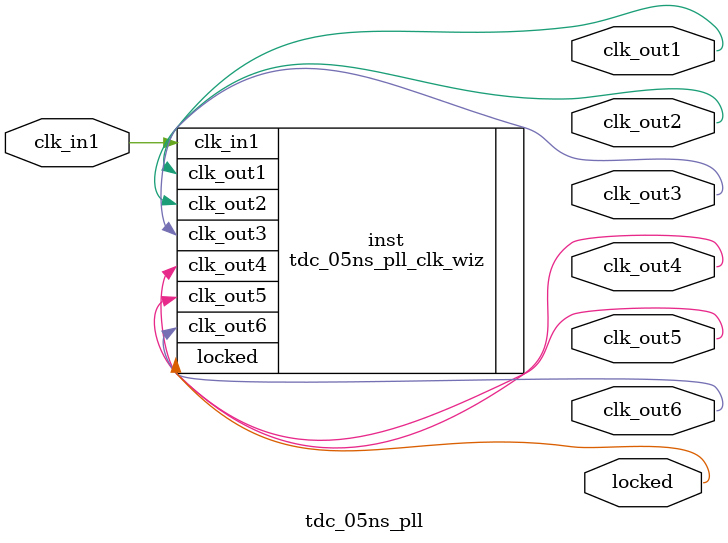
<source format=v>


`timescale 1ps/1ps

(* CORE_GENERATION_INFO = "tdc_05ns_pll,clk_wiz_v5_4_3_0,{component_name=tdc_05ns_pll,use_phase_alignment=true,use_min_o_jitter=false,use_max_i_jitter=false,use_dyn_phase_shift=false,use_inclk_switchover=false,use_dyn_reconfig=false,enable_axi=0,feedback_source=FDBK_AUTO,PRIMITIVE=MMCM,num_out_clk=6,clkin1_period=8.000,clkin2_period=10.000,use_power_down=false,use_reset=false,use_locked=true,use_inclk_stopped=false,feedback_type=SINGLE,CLOCK_MGR_TYPE=NA,manual_override=false}" *)

module tdc_05ns_pll 
 (
  // Clock out ports
  output        clk_out1,
  output        clk_out2,
  output        clk_out3,
  output        clk_out4,
  output        clk_out5,
  output        clk_out6,
  // Status and control signals
  output        locked,
 // Clock in ports
  input         clk_in1
 );

  tdc_05ns_pll_clk_wiz inst
  (
  // Clock out ports  
  .clk_out1(clk_out1),
  .clk_out2(clk_out2),
  .clk_out3(clk_out3),
  .clk_out4(clk_out4),
  .clk_out5(clk_out5),
  .clk_out6(clk_out6),
  // Status and control signals               
  .locked(locked),
 // Clock in ports
  .clk_in1(clk_in1)
  );

endmodule

</source>
